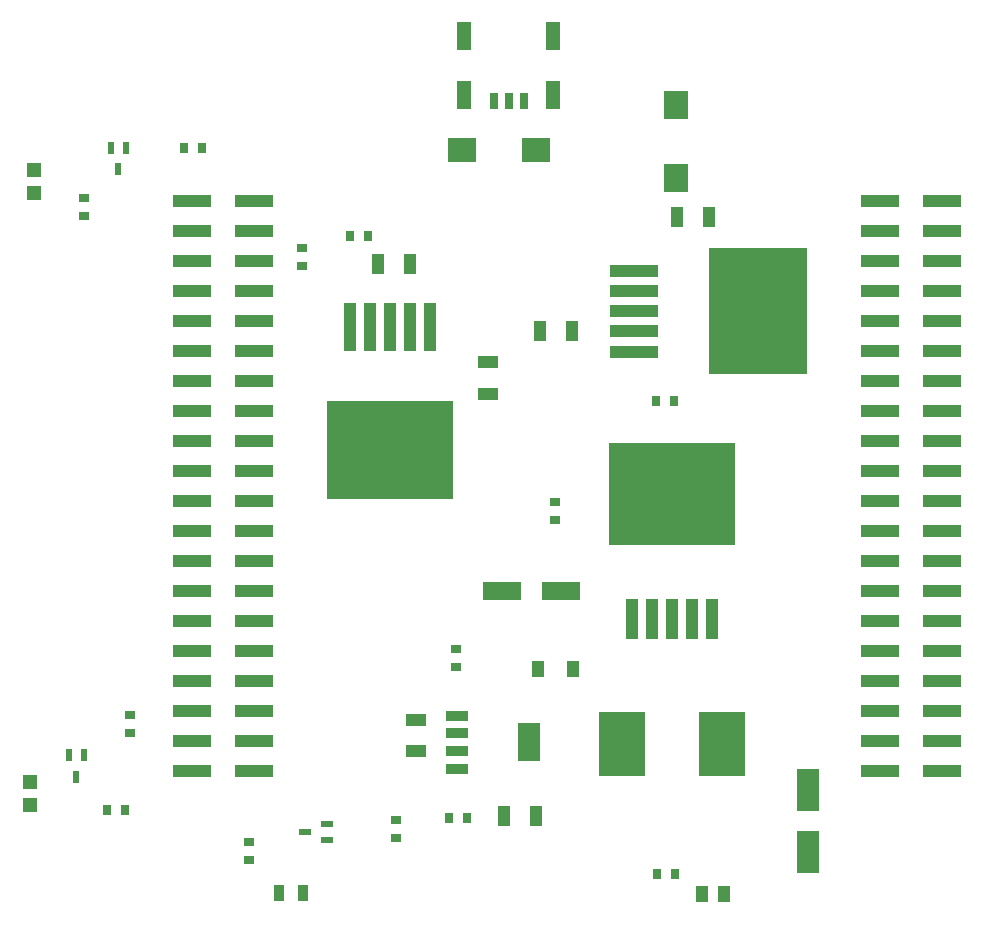
<source format=gtp>
G04*
G04 #@! TF.GenerationSoftware,Altium Limited,Altium Designer,24.0.1 (36)*
G04*
G04 Layer_Color=8421504*
%FSLAX25Y25*%
%MOIN*%
G70*
G04*
G04 #@! TF.SameCoordinates,EC2407A8-7C3A-46FB-840E-4377B73232B9*
G04*
G04*
G04 #@! TF.FilePolarity,Positive*
G04*
G01*
G75*
%ADD13R,0.02756X0.03543*%
%ADD14R,0.04098X0.15898*%
%ADD15R,0.42299X0.32701*%
%ADD16R,0.06693X0.04331*%
%ADD17R,0.04331X0.06693*%
%ADD18R,0.03543X0.02756*%
%ADD19R,0.07480X0.03543*%
%ADD20R,0.07480X0.12598*%
%ADD21R,0.12598X0.06299*%
%ADD22R,0.15748X0.21654*%
%ADD23R,0.07284X0.14173*%
%ADD24R,0.12500X0.04488*%
%ADD25R,0.03937X0.13386*%
%ADD26R,0.42126X0.33858*%
%ADD27R,0.04331X0.02165*%
%ADD28R,0.04409X0.05394*%
%ADD29R,0.09449X0.08071*%
%ADD30R,0.08071X0.09449*%
%ADD31R,0.02165X0.04331*%
%ADD32R,0.03150X0.05512*%
%ADD33R,0.04724X0.09449*%
%ADD34R,0.03937X0.05709*%
%ADD35R,0.03543X0.05512*%
%ADD36R,0.15898X0.04098*%
%ADD37R,0.32701X0.42299*%
%ADD38R,0.04528X0.05118*%
D13*
X11047Y-306400D02*
D03*
X16953D02*
D03*
X-58479Y-287632D02*
D03*
X-52573D02*
D03*
X-146737Y-64457D02*
D03*
X-140832D02*
D03*
X-91456Y-93752D02*
D03*
X-85550D02*
D03*
X10650Y-148784D02*
D03*
X16555D02*
D03*
X-172347Y-285092D02*
D03*
X-166442D02*
D03*
D14*
X-64616Y-123979D02*
D03*
X-91419D02*
D03*
X-78017D02*
D03*
X-84718D02*
D03*
X-71316D02*
D03*
D15*
X-78017Y-165129D02*
D03*
D16*
X-45259Y-135885D02*
D03*
Y-146515D02*
D03*
X-69304Y-254924D02*
D03*
Y-265553D02*
D03*
D17*
X-82118Y-103120D02*
D03*
X-71488D02*
D03*
X-40034Y-287167D02*
D03*
X-29405D02*
D03*
X28136Y-87494D02*
D03*
X17506D02*
D03*
X-17504Y-125507D02*
D03*
X-28133D02*
D03*
D18*
X-75985Y-294254D02*
D03*
Y-288348D02*
D03*
X-55916Y-231447D02*
D03*
Y-237353D02*
D03*
X-107422Y-97847D02*
D03*
Y-103753D02*
D03*
X-23073Y-188369D02*
D03*
Y-182463D02*
D03*
X-164670Y-253447D02*
D03*
Y-259353D02*
D03*
X-180040Y-81047D02*
D03*
Y-86953D02*
D03*
X-125200Y-295761D02*
D03*
Y-301666D02*
D03*
D19*
X-55807Y-271329D02*
D03*
Y-253613D02*
D03*
Y-259518D02*
D03*
Y-265424D02*
D03*
D20*
X-31791Y-262471D02*
D03*
D21*
X-40834Y-212197D02*
D03*
X-21149D02*
D03*
D22*
X32738Y-263203D02*
D03*
X-726D02*
D03*
D23*
X61200Y-299036D02*
D03*
Y-278564D02*
D03*
D24*
X-144029Y-82200D02*
D03*
Y-272200D02*
D03*
X-123537Y-82200D02*
D03*
X-144029Y-92200D02*
D03*
X-123537D02*
D03*
X-144029Y-102200D02*
D03*
X-123537D02*
D03*
X-144029Y-112200D02*
D03*
X-123537D02*
D03*
X-144029Y-122200D02*
D03*
X-123537D02*
D03*
X-144029Y-132200D02*
D03*
X-123537D02*
D03*
X-144029Y-142200D02*
D03*
X-123537D02*
D03*
X-144029Y-152200D02*
D03*
X-123537D02*
D03*
X-144029Y-162200D02*
D03*
X-123537D02*
D03*
X-144029Y-172200D02*
D03*
X-123537D02*
D03*
X-144029Y-182200D02*
D03*
X-123537D02*
D03*
X-144029Y-192200D02*
D03*
X-123537D02*
D03*
X-144029Y-202200D02*
D03*
X-123537D02*
D03*
X-144029Y-212200D02*
D03*
X-123537D02*
D03*
X-144029Y-222200D02*
D03*
X-123537D02*
D03*
X-144029Y-232200D02*
D03*
X-123537D02*
D03*
X-144029Y-242200D02*
D03*
X-123537D02*
D03*
X-144029Y-252200D02*
D03*
X-123537D02*
D03*
X-144029Y-262200D02*
D03*
X-123537D02*
D03*
Y-272200D02*
D03*
X85355D02*
D03*
Y-212200D02*
D03*
Y-222200D02*
D03*
Y-192200D02*
D03*
Y-202200D02*
D03*
Y-242200D02*
D03*
Y-232200D02*
D03*
Y-262200D02*
D03*
Y-252200D02*
D03*
Y-112200D02*
D03*
Y-132200D02*
D03*
Y-122200D02*
D03*
Y-92200D02*
D03*
Y-82200D02*
D03*
Y-102200D02*
D03*
Y-162200D02*
D03*
Y-152200D02*
D03*
Y-182200D02*
D03*
Y-172200D02*
D03*
Y-142200D02*
D03*
X105847Y-252200D02*
D03*
Y-242200D02*
D03*
Y-272200D02*
D03*
Y-262200D02*
D03*
Y-222200D02*
D03*
Y-212200D02*
D03*
Y-232200D02*
D03*
Y-102200D02*
D03*
Y-92200D02*
D03*
Y-122200D02*
D03*
Y-112200D02*
D03*
Y-82200D02*
D03*
Y-182200D02*
D03*
Y-172200D02*
D03*
Y-202200D02*
D03*
Y-192200D02*
D03*
Y-142200D02*
D03*
Y-132200D02*
D03*
Y-162200D02*
D03*
Y-152200D02*
D03*
D25*
X29272Y-221333D02*
D03*
X22580D02*
D03*
X15887D02*
D03*
X9194D02*
D03*
X2501D02*
D03*
D26*
X15887Y-179601D02*
D03*
D27*
X-99200Y-289846D02*
D03*
Y-294964D02*
D03*
X-106287Y-292405D02*
D03*
D28*
X-16940Y-238000D02*
D03*
X-28751D02*
D03*
D29*
X-53921Y-64977D02*
D03*
X-29511D02*
D03*
D30*
X17168Y-74410D02*
D03*
Y-50001D02*
D03*
D31*
X-168632Y-71543D02*
D03*
X-166073Y-64457D02*
D03*
X-171191D02*
D03*
X-185158Y-266884D02*
D03*
X-180040D02*
D03*
X-182599Y-273970D02*
D03*
D32*
X-43558Y-48808D02*
D03*
X-38559D02*
D03*
X-33558D02*
D03*
D33*
X-23677Y-26957D02*
D03*
X-53440D02*
D03*
Y-46643D02*
D03*
X-23677D02*
D03*
D34*
X25860Y-313200D02*
D03*
X33340D02*
D03*
D35*
X-107080Y-312872D02*
D03*
X-114954D02*
D03*
D36*
X3386Y-105435D02*
D03*
Y-132238D02*
D03*
Y-118836D02*
D03*
Y-112135D02*
D03*
Y-125537D02*
D03*
D37*
X44536Y-118836D02*
D03*
D38*
X-196873Y-71801D02*
D03*
Y-79282D02*
D03*
X-198000Y-275860D02*
D03*
Y-283340D02*
D03*
M02*

</source>
